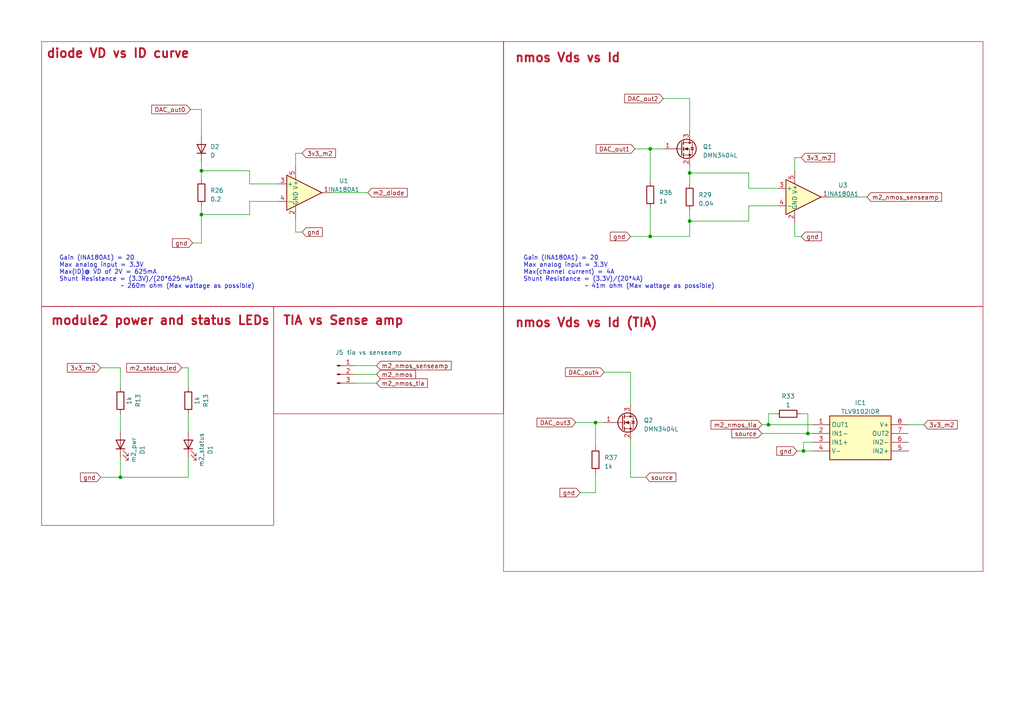
<source format=kicad_sch>
(kicad_sch (version 20230121) (generator eeschema)
  (paper "A4")
  (lib_symbols
    (symbol "Amplifier_Current:INA180A1" (pin_names (offset 0.127))
      (property "Reference" "U" (at 3.81 3.81 0))
      (property "Value" "INA180A1" (at 3.81 -2.54 0))
      (symbol "INA180A1_0_1"
        (polyline (pts (xy 5.08 0) (xy -5.08 5.08) (xy -5.08 -5.08) (xy 5.08 0)) (stroke (width 0.254)) (fill (type background)))
      )
      (symbol "INA180A1_1_1"
        (pin output line (at 7.62 0 180) (length 2.54) (name "~") (number "1"))
        (pin power_in line (at -2.54 -7.62 90) (length 3.81) (name "GND") (number "2"))
        (pin input line (at -7.62 2.54 0) (length 2.54) (name "+") (number "3"))
        (pin input line (at -7.62 -2.54 0) (length 2.54) (name "-") (number "4"))
        (pin power_in line (at -2.54 7.62 270) (length 3.81) (name "V+") (number "5"))
      )
    )
    (symbol "Connector:Conn_01x03_Pin" (pin_names (offset 1.016) hide)
      (property "Reference" "J" (at 0 5.08 0))
      (property "Value" "Conn_01x03_Pin" (at 0 -5.08 0))
      (symbol "Conn_01x03_Pin_1_1"
        (polyline (pts (xy 1.27 -2.54) (xy 0.8636 -2.54)) (stroke (width 0.1524)))
        (polyline (pts (xy 1.27 0) (xy 0.8636 0)) (stroke (width 0.1524)))
        (polyline (pts (xy 1.27 2.54) (xy 0.8636 2.54)) (stroke (width 0.1524)))
        (rectangle (start 0.8636 -2.413) (end 0 -2.667) (stroke (width 0.1524)) (fill (type outline)))
        (rectangle (start 0.8636 0.127) (end 0 -0.127) (stroke (width 0.1524)) (fill (type outline)))
        (rectangle (start 0.8636 2.667) (end 0 2.413) (stroke (width 0.1524)) (fill (type outline)))
        (pin passive line (at 5.08 2.54 180) (length 3.81) (name "Pin_1") (number "1"))
        (pin passive line (at 5.08 0 180) (length 3.81) (name "Pin_2") (number "2"))
        (pin passive line (at 5.08 -2.54 180) (length 3.81) (name "Pin_3") (number "3"))
      )
    )
    (symbol "Device:D" (pin_numbers hide) (pin_names (offset 1.016) hide)
      (property "Reference" "D" (at 0 2.54 0))
      (property "Value" "D" (at 0 -2.54 0))
      (symbol "D_0_1"
        (polyline (pts (xy -1.27 1.27) (xy -1.27 -1.27)) (stroke (width 0.254)))
        (polyline (pts (xy 1.27 0) (xy -1.27 0)))
        (polyline (pts (xy 1.27 1.27) (xy 1.27 -1.27) (xy -1.27 0) (xy 1.27 1.27)) (stroke (width 0.254)))
      )
      (symbol "D_1_1"
        (pin passive line (at -3.81 0 0) (length 2.54) (name "K") (number "1"))
        (pin passive line (at 3.81 0 180) (length 2.54) (name "A") (number "2"))
      )
    )
    (symbol "Device:LED" (pin_numbers hide) (pin_names (offset 1.016) hide)
      (property "Reference" "D" (at 0 2.54 0))
      (property "Value" "LED" (at 0 -2.54 0))
      (symbol "LED_0_1"
        (polyline (pts (xy -1.27 -1.27) (xy -1.27 1.27)) (stroke (width 0.254)))
        (polyline (pts (xy -1.27 0) (xy 1.27 0)))
        (polyline (pts (xy 1.27 -1.27) (xy 1.27 1.27) (xy -1.27 0) (xy 1.27 -1.27)) (stroke (width 0.254)))
        (polyline (pts (xy -3.048 -0.762) (xy -4.572 -2.286) (xy -3.81 -2.286) (xy -4.572 -2.286) (xy -4.572 -1.524)))
        (polyline (pts (xy -1.778 -0.762) (xy -3.302 -2.286) (xy -2.54 -2.286) (xy -3.302 -2.286) (xy -3.302 -1.524)))
      )
      (symbol "LED_1_1"
        (pin passive line (at -3.81 0 0) (length 2.54) (name "K") (number "1"))
        (pin passive line (at 3.81 0 180) (length 2.54) (name "A") (number "2"))
      )
    )
    (symbol "Device:R" (pin_numbers hide) (pin_names (offset 0))
      (property "Reference" "R" (at 2.032 0 90))
      (property "Value" "R" (at 0 0 90))
      (symbol "R_0_1"
        (rectangle (start -1.016 -2.54) (end 1.016 2.54) (stroke (width 0.254)))
      )
      (symbol "R_1_1"
        (pin passive line (at 0 3.81 270) (length 1.27) (name "~") (number "1"))
        (pin passive line (at 0 -3.81 90) (length 1.27) (name "~") (number "2"))
      )
    )
    (symbol "TLV9102IDR:TLV9102IDR"
      (property "Reference" "IC" (at 24.13 7.62 0))
      (property "Value" "TLV9102IDR" (at 24.13 5.08 0))
      (symbol "TLV9102IDR_1_1"
        (rectangle (start 5.08 2.54) (end 22.86 -10.16) (stroke (width 0.254)) (fill (type background)))
        (pin passive line (at 0 0 0) (length 5.08) (name "OUT1") (number "1"))
        (pin passive line (at 0 -2.54 0) (length 5.08) (name "IN1-") (number "2"))
        (pin passive line (at 0 -5.08 0) (length 5.08) (name "IN1+") (number "3"))
        (pin passive line (at 0 -7.62 0) (length 5.08) (name "V-") (number "4"))
        (pin passive line (at 27.94 -7.62 180) (length 5.08) (name "IN2+") (number "5"))
        (pin passive line (at 27.94 -5.08 180) (length 5.08) (name "IN2-") (number "6"))
        (pin passive line (at 27.94 -2.54 180) (length 5.08) (name "OUT2") (number "7"))
        (pin passive line (at 27.94 0 180) (length 5.08) (name "V+") (number "8"))
      )
    )
    (symbol "Transistor_FET:DMN3404L" (pin_names hide)
      (property "Reference" "Q" (at 5.08 1.905 0))
      (property "Value" "DMN3404L" (at 5.08 0 0))
      (symbol "DMN3404L_0_1"
        (polyline (pts (xy 0.254 0) (xy -2.54 0)))
        (polyline (pts (xy 0.254 1.905) (xy 0.254 -1.905)) (stroke (width 0.254)))
        (polyline (pts (xy 0.762 -1.27) (xy 0.762 -2.286)) (stroke (width 0.254)))
        (polyline (pts (xy 0.762 0.508) (xy 0.762 -0.508)) (stroke (width 0.254)))
        (polyline (pts (xy 0.762 2.286) (xy 0.762 1.27)) (stroke (width 0.254)))
        (polyline (pts (xy 2.54 2.54) (xy 2.54 1.778)))
        (polyline (pts (xy 2.54 -2.54) (xy 2.54 0) (xy 0.762 0)))
        (polyline (pts (xy 0.762 -1.778) (xy 3.302 -1.778) (xy 3.302 1.778) (xy 0.762 1.778)))
        (polyline (pts (xy 1.016 0) (xy 2.032 0.381) (xy 2.032 -0.381) (xy 1.016 0)) (fill (type outline)))
        (polyline (pts (xy 2.794 0.508) (xy 2.921 0.381) (xy 3.683 0.381) (xy 3.81 0.254)))
        (polyline (pts (xy 3.302 0.381) (xy 2.921 -0.254) (xy 3.683 -0.254) (xy 3.302 0.381)))
        (circle (center 1.651 0) (radius 2.794) (stroke (width 0.254)))
        (circle (center 2.54 -1.778) (radius 0.254) (fill (type outline)))
        (circle (center 2.54 1.778) (radius 0.254) (fill (type outline)))
      )
      (symbol "DMN3404L_1_1"
        (pin input line (at -5.08 0 0) (length 2.54) (name "G") (number "1"))
        (pin passive line (at 2.54 -5.08 90) (length 2.54) (name "S") (number "2"))
        (pin passive line (at 2.54 5.08 270) (length 2.54) (name "D") (number "3"))
      )
    )
  )
  (junction (at 234.315 125.73))
  (junction (at 34.925 138.43))
  (junction (at 222.885 123.19))
  (junction (at 58.42 49.53))
  (junction (at 188.595 43.18))
  (junction (at 200.025 64.135))
  (junction (at 172.72 122.555))
  (junction (at 200.025 50.165))
  (junction (at 58.42 62.23))
  (junction (at 233.045 130.81))
  (junction (at 188.595 68.58))
  (wire (pts (xy 34.925 138.43) (xy 54.61 138.43)))
  (wire (pts (xy 72.39 49.53) (xy 58.42 49.53)))
  (wire (pts (xy 29.21 106.68) (xy 34.925 106.68)))
  (wire (pts (xy 58.42 31.75) (xy 58.42 39.37)))
  (wire (pts (xy 188.595 68.58) (xy 200.025 68.58)))
  (wire (pts (xy 234.315 120.015) (xy 234.315 125.73)))
  (wire (pts (xy 222.885 123.19) (xy 235.585 123.19)))
  (wire (pts (xy 184.15 43.18) (xy 188.595 43.18)))
  (wire (pts (xy 85.725 44.45) (xy 87.63 44.45)))
  (wire (pts (xy 217.17 64.135) (xy 200.025 64.135)))
  (wire (pts (xy 188.595 52.705) (xy 188.595 43.18)))
  (wire (pts (xy 54.61 106.68) (xy 54.61 112.395)))
  (wire (pts (xy 217.17 54.61) (xy 225.425 54.61)))
  (wire (pts (xy 200.025 64.135) (xy 200.025 60.96)))
  (wire (pts (xy 200.025 68.58) (xy 200.025 64.135)))
  (wire (pts (xy 72.39 53.34) (xy 80.645 53.34)))
  (wire (pts (xy 58.42 70.485) (xy 58.42 62.23)))
  (wire (pts (xy 85.725 48.26) (xy 85.725 44.45)))
  (wire (pts (xy 58.42 49.53) (xy 58.42 52.07)))
  (wire (pts (xy 55.245 31.75) (xy 58.42 31.75)))
  (wire (pts (xy 217.17 59.69) (xy 225.425 59.69)))
  (wire (pts (xy 188.595 60.325) (xy 188.595 68.58)))
  (wire (pts (xy 220.98 125.73) (xy 234.315 125.73)))
  (wire (pts (xy 217.17 50.165) (xy 200.025 50.165)))
  (wire (pts (xy 240.665 57.15) (xy 251.46 57.15)))
  (wire (pts (xy 54.61 120.015) (xy 54.61 125.095)))
  (wire (pts (xy 234.315 125.73) (xy 235.585 125.73)))
  (wire (pts (xy 182.88 127.635) (xy 182.88 138.43)))
  (wire (pts (xy 232.41 120.015) (xy 234.315 120.015)))
  (wire (pts (xy 34.925 106.68) (xy 34.925 112.395)))
  (wire (pts (xy 58.42 46.99) (xy 58.42 49.53)))
  (wire (pts (xy 222.885 120.015) (xy 222.885 123.19)))
  (wire (pts (xy 192.405 28.575) (xy 200.025 28.575)))
  (wire (pts (xy 72.39 62.23) (xy 58.42 62.23)))
  (wire (pts (xy 188.595 43.18) (xy 192.405 43.18)))
  (wire (pts (xy 235.585 128.27) (xy 233.045 128.27)))
  (wire (pts (xy 200.025 50.165) (xy 200.025 53.34)))
  (wire (pts (xy 72.39 53.34) (xy 72.39 49.53)))
  (wire (pts (xy 175.26 107.95) (xy 182.88 107.95)))
  (wire (pts (xy 230.505 64.77) (xy 230.505 68.58)))
  (wire (pts (xy 200.025 28.575) (xy 200.025 38.1)))
  (wire (pts (xy 230.505 49.53) (xy 230.505 45.72)))
  (wire (pts (xy 172.72 122.555) (xy 172.72 129.54)))
  (wire (pts (xy 182.88 68.58) (xy 188.595 68.58)))
  (wire (pts (xy 182.88 107.95) (xy 182.88 117.475)))
  (wire (pts (xy 58.42 62.23) (xy 58.42 59.69)))
  (wire (pts (xy 200.025 48.26) (xy 200.025 50.165)))
  (wire (pts (xy 52.705 106.68) (xy 54.61 106.68)))
  (wire (pts (xy 85.725 67.31) (xy 87.63 67.31)))
  (wire (pts (xy 102.87 106.045) (xy 109.22 106.045)))
  (wire (pts (xy 29.21 138.43) (xy 34.925 138.43)))
  (wire (pts (xy 220.98 123.19) (xy 222.885 123.19)))
  (wire (pts (xy 172.72 137.16) (xy 172.72 142.875)))
  (wire (pts (xy 263.525 123.19) (xy 267.97 123.19)))
  (wire (pts (xy 72.39 58.42) (xy 80.645 58.42)))
  (wire (pts (xy 172.72 122.555) (xy 175.26 122.555)))
  (wire (pts (xy 224.79 120.015) (xy 222.885 120.015)))
  (wire (pts (xy 231.14 130.81) (xy 233.045 130.81)))
  (wire (pts (xy 230.505 45.72) (xy 232.41 45.72)))
  (wire (pts (xy 72.39 58.42) (xy 72.39 62.23)))
  (wire (pts (xy 230.505 68.58) (xy 232.41 68.58)))
  (wire (pts (xy 54.61 138.43) (xy 54.61 132.715)))
  (wire (pts (xy 217.17 54.61) (xy 217.17 50.165)))
  (wire (pts (xy 85.725 63.5) (xy 85.725 67.31)))
  (wire (pts (xy 34.925 120.015) (xy 34.925 125.095)))
  (wire (pts (xy 167.005 122.555) (xy 172.72 122.555)))
  (wire (pts (xy 233.045 128.27) (xy 233.045 130.81)))
  (wire (pts (xy 55.88 70.485) (xy 58.42 70.485)))
  (wire (pts (xy 109.22 108.585) (xy 102.87 108.585)))
  (wire (pts (xy 217.17 59.69) (xy 217.17 64.135)))
  (wire (pts (xy 95.885 55.88) (xy 106.68 55.88)))
  (wire (pts (xy 182.88 138.43) (xy 187.325 138.43)))
  (wire (pts (xy 233.045 130.81) (xy 235.585 130.81)))
  (wire (pts (xy 168.275 142.875) (xy 172.72 142.875)))
  (wire (pts (xy 34.925 138.43) (xy 34.925 132.715)))
  (wire (pts (xy 102.87 111.125) (xy 109.22 111.125)))
  (rectangle (start 146.05 12.065) (end 285.115 88.9) (stroke (width 0) (color 180 20 40 1)))
  (rectangle (start 12.065 12.065) (end 146.05 88.9) (stroke (width 0) (color 180 20 40 1)))
  (rectangle (start 146.05 88.9) (end 285.115 165.735) (stroke (width 0) (color 180 20 40 1)))
  (rectangle (start 79.375 88.9) (end 146.05 120.015) (stroke (width 0) (color 180 20 40 1)))
  (rectangle (start 12.065 88.9) (end 79.375 152.4) (stroke (width 0) (color 180 20 40 1)))
  (text "nmos Vds vs Id\n" (at 149.225 18.415 0) (effects (font (size 2.57 2.57) (thickness 0.514) bold) (justify left bottom)))
  (text "diode VD vs ID curve" (at 13.335 17.145 0) (effects (font (size 2.57 2.57) (thickness 0.514) bold) (justify left bottom)))
  (text "module2 power and status LEDs" (at 14.605 94.615 0) (effects (font (size 2.57 2.57) (thickness 0.514) bold) (justify left bottom)))
  (text "Gain (INA180A1) = 20\nMax analog input = 3.3V\nMax(ID)@ VD of 2V = 625mA\nShunt Resistance = (3.3V)/(20*625mA)\n			   ~ 260m ohm (Max wattage as possible)\n" (at 17.145 83.82 0) (effects (font (size 1.27 1.27)) (justify left bottom)))
  (text "nmos Vds vs Id (TIA)" (at 149.225 95.25 0) (effects (font (size 2.57 2.57) (thickness 0.514) bold) (justify left bottom)))
  (text "Gain (INA180A1) = 20\nMax analog input = 3.3V\nMax(channel current) = 4A\nShunt Resistance = (3.3V)/(20*4A)\n			   ~ 41m ohm (Max wattage as possible)" (at 151.765 83.82 0) (effects (font (size 1.27 1.27)) (justify left bottom)))
  (text "TIA vs Sense amp" (at 81.915 94.615 0) (effects (font (size 2.57 2.57) (thickness 0.514) bold) (justify left bottom)))
  (global_label "DAC_out2" (shape input) (at 192.405 28.575 180) (property "Intersheetrefs" "${INTERSHEET_REFS}" (effects hide)))
  (global_label "DAC_out4" (shape input) (at 175.26 107.95 180) (property "Intersheetrefs" "${INTERSHEET_REFS}" (effects hide)))
  (global_label "m2_nmos_senseamp" (shape input) (at 251.46 57.15 0) (property "Intersheetrefs" "${INTERSHEET_REFS}" (effects hide)))
  (global_label "gnd" (shape input) (at 87.63 67.31 0) (property "Intersheetrefs" "${INTERSHEET_REFS}" (effects hide)))
  (global_label "gnd" (shape input) (at 168.275 142.875 180) (property "Intersheetrefs" "${INTERSHEET_REFS}" (effects hide)))
  (global_label "3v3_m2" (shape input) (at 232.41 45.72 0) (property "Intersheetrefs" "${INTERSHEET_REFS}" (effects hide)))
  (global_label "m2_nmos" (shape input) (at 109.22 108.585 0) (property "Intersheetrefs" "${INTERSHEET_REFS}" (effects hide)))
  (global_label "3v3_m2" (shape input) (at 87.63 44.45 0) (property "Intersheetrefs" "${INTERSHEET_REFS}" (effects hide)))
  (global_label "source" (shape input) (at 187.325 138.43 0) (property "Intersheetrefs" "${INTERSHEET_REFS}" (effects hide)))
  (global_label "gnd" (shape input) (at 231.14 130.81 180) (property "Intersheetrefs" "${INTERSHEET_REFS}" (effects hide)))
  (global_label "m2_nmos_senseamp" (shape input) (at 109.22 106.045 0) (property "Intersheetrefs" "${INTERSHEET_REFS}" (effects hide)))
  (global_label "DAC_out3" (shape input) (at 167.005 122.555 180) (property "Intersheetrefs" "${INTERSHEET_REFS}" (effects hide)))
  (global_label "DAC_out0" (shape input) (at 55.245 31.75 180) (property "Intersheetrefs" "${INTERSHEET_REFS}" (effects hide)))
  (global_label "source" (shape input) (at 220.98 125.73 180) (property "Intersheetrefs" "${INTERSHEET_REFS}" (effects hide)))
  (global_label "3v3_m2" (shape input) (at 29.21 106.68 180) (property "Intersheetrefs" "${INTERSHEET_REFS}" (effects hide)))
  (global_label "gnd" (shape input) (at 182.88 68.58 180) (property "Intersheetrefs" "${INTERSHEET_REFS}" (effects hide)))
  (global_label "gnd" (shape input) (at 55.88 70.485 180) (property "Intersheetrefs" "${INTERSHEET_REFS}" (effects hide)))
  (global_label "3v3_m2" (shape input) (at 267.97 123.19 0) (property "Intersheetrefs" "${INTERSHEET_REFS}" (effects hide)))
  (global_label "m2_nmos_tia" (shape input) (at 220.98 123.19 180) (property "Intersheetrefs" "${INTERSHEET_REFS}" (effects hide)))
  (global_label "gnd" (shape input) (at 29.21 138.43 180) (property "Intersheetrefs" "${INTERSHEET_REFS}" (effects hide)))
  (global_label "m2_diode" (shape input) (at 106.68 55.88 0) (property "Intersheetrefs" "${INTERSHEET_REFS}" (effects hide)))
  (global_label "m2_nmos_tia" (shape input) (at 109.22 111.125 0) (property "Intersheetrefs" "${INTERSHEET_REFS}" (effects hide)))
  (global_label "gnd" (shape input) (at 232.41 68.58 0) (property "Intersheetrefs" "${INTERSHEET_REFS}" (effects hide)))
  (global_label "DAC_out1" (shape input) (at 184.15 43.18 180) (property "Intersheetrefs" "${INTERSHEET_REFS}" (effects hide)))
  (global_label "m2_status_led" (shape input) (at 52.705 106.68 180) (property "Intersheetrefs" "${INTERSHEET_REFS}" (effects hide)))
  (symbol (lib_id "Amplifier_Current:INA180A1") (at 233.045 57.15 0) (unit 1)
    (property "Reference" "U3" (at 244.475 53.7211 0))
    (property "Value" "INA180A1" (at 244.475 56.2611 0))
    (property "Footprint" "Package_TO_SOT_SMD:SOT-23-5" (effects hide))
    (property "Datasheet" "http://www.ti.com/lit/ds/symlink/ina180.pdf" (effects hide))
  )
  (symbol (lib_id "Device:R") (at 200.025 57.15 0) (unit 1)
    (property "Reference" "R29" (at 202.565 56.515 0) (effects (justify left)))
    (property "Value" "0.04" (at 202.565 59.055 0) (effects (justify left)))
    (property "Footprint" "Resistor_SMD:R_0815_2038Metric_Pad1.20x4.05mm_HandSolder" (effects hide))
  )
  (symbol (lib_id "Device:R") (at 188.595 56.515 0) (unit 1)
    (property "Reference" "R36" (at 191.135 55.88 0) (effects (justify left)))
    (property "Value" "1k" (at 191.135 58.42 0) (effects (justify left)))
    (property "Footprint" "Resistor_SMD:R_0805_2012Metric_Pad1.20x1.40mm_HandSolder" (effects hide))
  )
  (symbol (lib_id "Device:R") (at 58.42 55.88 0) (unit 1)
    (property "Reference" "R26" (at 60.96 55.245 0) (effects (justify left)))
    (property "Value" "0.2" (at 60.96 57.785 0) (effects (justify left)))
    (property "Footprint" "Resistor_SMD:R_0805_2012Metric_Pad1.20x1.40mm_HandSolder" (effects hide))
  )
  (symbol (lib_id "Device:R") (at 172.72 133.35 0) (unit 1)
    (property "Reference" "R37" (at 175.26 132.715 0) (effects (justify left)))
    (property "Value" "1k" (at 175.26 135.255 0) (effects (justify left)))
    (property "Footprint" "Resistor_SMD:R_0805_2012Metric_Pad1.20x1.40mm_HandSolder" (effects hide))
  )
  (symbol (lib_id "Amplifier_Current:INA180A1") (at 88.265 55.88 0) (unit 1)
    (property "Reference" "U1" (at 99.695 52.4511 0))
    (property "Value" "INA180A1" (at 99.695 54.9911 0))
    (property "Footprint" "Package_TO_SOT_SMD:SOT-23-5" (effects hide))
    (property "Datasheet" "http://www.ti.com/lit/ds/symlink/ina180.pdf" (effects hide))
  )
  (symbol (lib_id "Device:D") (at 58.42 43.18 90) (unit 1)
    (property "Reference" "D2" (at 60.96 42.545 90) (effects (justify right)))
    (property "Value" "D" (at 60.96 45.085 90) (effects (justify right)))
    (property "Footprint" "Diode_SMD:D_SOD-323F" (effects hide))
    (property "Sim.Device" "D" (effects hide))
    (property "Sim.Pins" "1=K 2=A" (effects hide))
  )
  (symbol (lib_id "Transistor_FET:DMN3404L") (at 197.485 43.18 0) (unit 1)
    (property "Reference" "Q1" (at 203.835 42.545 0) (effects (justify left)))
    (property "Value" "DMN3404L" (at 203.835 45.085 0) (effects (justify left)))
    (property "Footprint" "Package_TO_SOT_SMD:SOT-23" (effects hide))
    (property "Datasheet" "http://www.diodes.com/assets/Datasheets/ds31787.pdf" (effects hide))
  )
  (symbol (lib_id "Device:R") (at 228.6 120.015 90) (unit 1)
    (property "Reference" "R33" (at 228.6 114.935 90))
    (property "Value" "1" (at 228.6 117.475 90))
    (property "Footprint" "Resistor_SMD:R_0805_2012Metric_Pad1.20x1.40mm_HandSolder" (effects hide))
  )
  (symbol (lib_id "Connector:Conn_01x03_Pin") (at 97.79 108.585 0) (unit 1)
    (property "Reference" "J5" (at 98.425 102.235 0))
    (property "Value" "tia vs senseamp" (at 108.585 102.235 0))
    (property "Footprint" "Connector_PinSocket_2.54mm:PinSocket_1x03_P2.54mm_Vertical" (effects hide))
  )
  (symbol (lib_id "Device:R") (at 54.61 116.205 0) (unit 1)
    (property "Reference" "R13" (at 59.69 116.205 90))
    (property "Value" "1k" (at 57.15 116.205 90))
    (property "Footprint" "Resistor_SMD:R_0805_2012Metric_Pad1.20x1.40mm_HandSolder" (effects hide))
    (instances (project "EE105_devboard" (path "" (reference "R13") (unit 1)) (path "" (reference "R34") (unit 1)) (path "" (reference "R40") (unit 1))))
  )
  (symbol (lib_id "Device:LED") (at 54.61 128.905 90) (unit 1)
    (property "Reference" "D1" (at 60.96 130.4925 0))
    (property "Value" "m2_status" (at 58.42 130.4925 0))
    (property "Footprint" "LED_SMD:LED_0805_2012Metric_Pad1.15x1.40mm_HandSolder" (effects hide))
    (instances (project "EE105_devboard" (path "" (reference "D1") (unit 1)) (path "" (reference "D5") (unit 1)) (path "" (reference "D9") (unit 1))))
  )
  (symbol (lib_id "Transistor_FET:DMN3404L") (at 180.34 122.555 0) (unit 1)
    (property "Reference" "Q2" (at 186.69 121.92 0) (effects (justify left)))
    (property "Value" "DMN3404L" (at 186.69 124.46 0) (effects (justify left)))
    (property "Footprint" "Package_TO_SOT_SMD:SOT-23" (effects hide))
    (property "Datasheet" "http://www.diodes.com/assets/Datasheets/ds31787.pdf" (effects hide))
  )
  (symbol (lib_id "Device:LED") (at 34.925 128.905 90) (unit 1)
    (property "Reference" "D1" (at 41.275 130.4925 0))
    (property "Value" "m2_pwr" (at 38.735 130.4925 0))
    (property "Footprint" "LED_SMD:LED_0805_2012Metric_Pad1.15x1.40mm_HandSolder" (effects hide))
    (instances (project "EE105_devboard" (path "" (reference "D1") (unit 1)) (path "" (reference "D5") (unit 1)) (path "" (reference "D6") (unit 1))))
  )
  (symbol (lib_id "Device:R") (at 34.925 116.205 0) (unit 1)
    (property "Reference" "R13" (at 40.005 116.205 90))
    (property "Value" "1k" (at 37.465 116.205 90))
    (property "Footprint" "Resistor_SMD:R_0805_2012Metric_Pad1.20x1.40mm_HandSolder" (effects hide))
    (instances (project "EE105_devboard" (path "" (reference "R13") (unit 1)) (path "" (reference "R34") (unit 1)) (path "" (reference "R35") (unit 1))))
  )
  (symbol (lib_id "TLV9102IDR:TLV9102IDR") (at 235.585 123.19 0) (unit 1)
    (property "Reference" "IC1" (at 249.555 116.84 0))
    (property "Value" "TLV9102IDR" (at 249.555 119.38 0))
    (property "Footprint" "custom_footprints:SOIC127P600X175-8N" (effects hide))
    (property "Datasheet" "http://www.ti.com/lit/gpn/TLV9102" (effects hide))
    (property "Height" "1.75" (effects hide))
    (property "Mouser Part Number" "595-TLV9102IDR" (effects hide))
    (property "Mouser Price/Stock" "https://www.mouser.co.uk/ProductDetail/Texas-Instruments/TLV9102IDR?qs=9r4v7xj2Lnl9%252B%2FuOU9XjTQ%3D%3D" (effects hide))
    (property "Manufacturer_Name" "Texas Instruments" (effects hide))
    (property "Manufacturer_Part_Number" "TLV9102IDR" (effects hide))
  )
)
</source>
